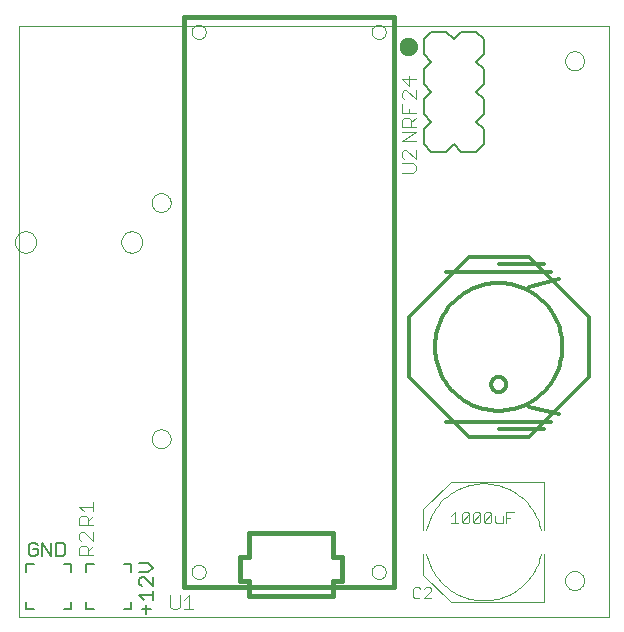
<source format=gto>
G75*
%MOIN*%
%OFA0B0*%
%FSLAX24Y24*%
%IPPOS*%
%LPD*%
%AMOC8*
5,1,8,0,0,1.08239X$1,22.5*
%
%ADD10C,0.0000*%
%ADD11C,0.0160*%
%ADD12C,0.0040*%
%ADD13C,0.0050*%
%ADD14C,0.0400*%
%ADD15C,0.0030*%
%ADD16C,0.0060*%
%ADD17C,0.0120*%
D10*
X001220Y001220D02*
X001220Y020905D01*
X020905Y020905D01*
X020905Y001220D01*
X001220Y001220D01*
X006984Y002720D02*
X006986Y002750D01*
X006992Y002780D01*
X007001Y002809D01*
X007014Y002836D01*
X007031Y002861D01*
X007050Y002884D01*
X007073Y002905D01*
X007098Y002922D01*
X007124Y002936D01*
X007153Y002946D01*
X007182Y002953D01*
X007212Y002956D01*
X007243Y002955D01*
X007273Y002950D01*
X007302Y002941D01*
X007329Y002929D01*
X007355Y002914D01*
X007379Y002895D01*
X007400Y002873D01*
X007418Y002849D01*
X007433Y002822D01*
X007444Y002794D01*
X007452Y002765D01*
X007456Y002735D01*
X007456Y002705D01*
X007452Y002675D01*
X007444Y002646D01*
X007433Y002618D01*
X007418Y002591D01*
X007400Y002567D01*
X007379Y002545D01*
X007355Y002526D01*
X007329Y002511D01*
X007302Y002499D01*
X007273Y002490D01*
X007243Y002485D01*
X007212Y002484D01*
X007182Y002487D01*
X007153Y002494D01*
X007124Y002504D01*
X007098Y002518D01*
X007073Y002535D01*
X007050Y002556D01*
X007031Y002579D01*
X007014Y002604D01*
X007001Y002631D01*
X006992Y002660D01*
X006986Y002690D01*
X006984Y002720D01*
X005655Y007158D02*
X005657Y007193D01*
X005663Y007228D01*
X005673Y007262D01*
X005686Y007295D01*
X005703Y007326D01*
X005724Y007354D01*
X005747Y007381D01*
X005774Y007404D01*
X005802Y007425D01*
X005833Y007442D01*
X005866Y007455D01*
X005900Y007465D01*
X005935Y007471D01*
X005970Y007473D01*
X006005Y007471D01*
X006040Y007465D01*
X006074Y007455D01*
X006107Y007442D01*
X006138Y007425D01*
X006166Y007404D01*
X006193Y007381D01*
X006216Y007354D01*
X006237Y007326D01*
X006254Y007295D01*
X006267Y007262D01*
X006277Y007228D01*
X006283Y007193D01*
X006285Y007158D01*
X006283Y007123D01*
X006277Y007088D01*
X006267Y007054D01*
X006254Y007021D01*
X006237Y006990D01*
X006216Y006962D01*
X006193Y006935D01*
X006166Y006912D01*
X006138Y006891D01*
X006107Y006874D01*
X006074Y006861D01*
X006040Y006851D01*
X006005Y006845D01*
X005970Y006843D01*
X005935Y006845D01*
X005900Y006851D01*
X005866Y006861D01*
X005833Y006874D01*
X005802Y006891D01*
X005774Y006912D01*
X005747Y006935D01*
X005724Y006962D01*
X005703Y006990D01*
X005686Y007021D01*
X005673Y007054D01*
X005663Y007088D01*
X005657Y007123D01*
X005655Y007158D01*
X012984Y002720D02*
X012986Y002750D01*
X012992Y002780D01*
X013001Y002809D01*
X013014Y002836D01*
X013031Y002861D01*
X013050Y002884D01*
X013073Y002905D01*
X013098Y002922D01*
X013124Y002936D01*
X013153Y002946D01*
X013182Y002953D01*
X013212Y002956D01*
X013243Y002955D01*
X013273Y002950D01*
X013302Y002941D01*
X013329Y002929D01*
X013355Y002914D01*
X013379Y002895D01*
X013400Y002873D01*
X013418Y002849D01*
X013433Y002822D01*
X013444Y002794D01*
X013452Y002765D01*
X013456Y002735D01*
X013456Y002705D01*
X013452Y002675D01*
X013444Y002646D01*
X013433Y002618D01*
X013418Y002591D01*
X013400Y002567D01*
X013379Y002545D01*
X013355Y002526D01*
X013329Y002511D01*
X013302Y002499D01*
X013273Y002490D01*
X013243Y002485D01*
X013212Y002484D01*
X013182Y002487D01*
X013153Y002494D01*
X013124Y002504D01*
X013098Y002518D01*
X013073Y002535D01*
X013050Y002556D01*
X013031Y002579D01*
X013014Y002604D01*
X013001Y002631D01*
X012992Y002660D01*
X012986Y002690D01*
X012984Y002720D01*
X019435Y002434D02*
X019437Y002469D01*
X019443Y002504D01*
X019453Y002538D01*
X019466Y002571D01*
X019483Y002602D01*
X019504Y002630D01*
X019527Y002657D01*
X019554Y002680D01*
X019582Y002701D01*
X019613Y002718D01*
X019646Y002731D01*
X019680Y002741D01*
X019715Y002747D01*
X019750Y002749D01*
X019785Y002747D01*
X019820Y002741D01*
X019854Y002731D01*
X019887Y002718D01*
X019918Y002701D01*
X019946Y002680D01*
X019973Y002657D01*
X019996Y002630D01*
X020017Y002602D01*
X020034Y002571D01*
X020047Y002538D01*
X020057Y002504D01*
X020063Y002469D01*
X020065Y002434D01*
X020063Y002399D01*
X020057Y002364D01*
X020047Y002330D01*
X020034Y002297D01*
X020017Y002266D01*
X019996Y002238D01*
X019973Y002211D01*
X019946Y002188D01*
X019918Y002167D01*
X019887Y002150D01*
X019854Y002137D01*
X019820Y002127D01*
X019785Y002121D01*
X019750Y002119D01*
X019715Y002121D01*
X019680Y002127D01*
X019646Y002137D01*
X019613Y002150D01*
X019582Y002167D01*
X019554Y002188D01*
X019527Y002211D01*
X019504Y002238D01*
X019483Y002266D01*
X019466Y002297D01*
X019453Y002330D01*
X019443Y002364D01*
X019437Y002399D01*
X019435Y002434D01*
X004635Y013720D02*
X004637Y013757D01*
X004643Y013794D01*
X004652Y013830D01*
X004666Y013864D01*
X004683Y013897D01*
X004703Y013929D01*
X004726Y013958D01*
X004752Y013984D01*
X004781Y014007D01*
X004812Y014027D01*
X004846Y014044D01*
X004880Y014058D01*
X004916Y014067D01*
X004953Y014073D01*
X004990Y014075D01*
X005027Y014073D01*
X005064Y014067D01*
X005100Y014058D01*
X005134Y014044D01*
X005167Y014027D01*
X005199Y014007D01*
X005228Y013984D01*
X005254Y013958D01*
X005277Y013929D01*
X005297Y013898D01*
X005314Y013864D01*
X005328Y013830D01*
X005337Y013794D01*
X005343Y013757D01*
X005345Y013720D01*
X005343Y013683D01*
X005337Y013646D01*
X005328Y013610D01*
X005314Y013576D01*
X005297Y013543D01*
X005277Y013511D01*
X005254Y013482D01*
X005228Y013456D01*
X005199Y013433D01*
X005168Y013413D01*
X005134Y013396D01*
X005100Y013382D01*
X005064Y013373D01*
X005027Y013367D01*
X004990Y013365D01*
X004953Y013367D01*
X004916Y013373D01*
X004880Y013382D01*
X004846Y013396D01*
X004813Y013413D01*
X004781Y013433D01*
X004752Y013456D01*
X004726Y013482D01*
X004703Y013511D01*
X004683Y013542D01*
X004666Y013576D01*
X004652Y013610D01*
X004643Y013646D01*
X004637Y013683D01*
X004635Y013720D01*
X005655Y015032D02*
X005657Y015067D01*
X005663Y015102D01*
X005673Y015136D01*
X005686Y015169D01*
X005703Y015200D01*
X005724Y015228D01*
X005747Y015255D01*
X005774Y015278D01*
X005802Y015299D01*
X005833Y015316D01*
X005866Y015329D01*
X005900Y015339D01*
X005935Y015345D01*
X005970Y015347D01*
X006005Y015345D01*
X006040Y015339D01*
X006074Y015329D01*
X006107Y015316D01*
X006138Y015299D01*
X006166Y015278D01*
X006193Y015255D01*
X006216Y015228D01*
X006237Y015200D01*
X006254Y015169D01*
X006267Y015136D01*
X006277Y015102D01*
X006283Y015067D01*
X006285Y015032D01*
X006283Y014997D01*
X006277Y014962D01*
X006267Y014928D01*
X006254Y014895D01*
X006237Y014864D01*
X006216Y014836D01*
X006193Y014809D01*
X006166Y014786D01*
X006138Y014765D01*
X006107Y014748D01*
X006074Y014735D01*
X006040Y014725D01*
X006005Y014719D01*
X005970Y014717D01*
X005935Y014719D01*
X005900Y014725D01*
X005866Y014735D01*
X005833Y014748D01*
X005802Y014765D01*
X005774Y014786D01*
X005747Y014809D01*
X005724Y014836D01*
X005703Y014864D01*
X005686Y014895D01*
X005673Y014928D01*
X005663Y014962D01*
X005657Y014997D01*
X005655Y015032D01*
X001095Y013720D02*
X001097Y013757D01*
X001103Y013794D01*
X001112Y013830D01*
X001126Y013864D01*
X001143Y013897D01*
X001163Y013929D01*
X001186Y013958D01*
X001212Y013984D01*
X001241Y014007D01*
X001272Y014027D01*
X001306Y014044D01*
X001340Y014058D01*
X001376Y014067D01*
X001413Y014073D01*
X001450Y014075D01*
X001487Y014073D01*
X001524Y014067D01*
X001560Y014058D01*
X001594Y014044D01*
X001627Y014027D01*
X001659Y014007D01*
X001688Y013984D01*
X001714Y013958D01*
X001737Y013929D01*
X001757Y013898D01*
X001774Y013864D01*
X001788Y013830D01*
X001797Y013794D01*
X001803Y013757D01*
X001805Y013720D01*
X001803Y013683D01*
X001797Y013646D01*
X001788Y013610D01*
X001774Y013576D01*
X001757Y013543D01*
X001737Y013511D01*
X001714Y013482D01*
X001688Y013456D01*
X001659Y013433D01*
X001628Y013413D01*
X001594Y013396D01*
X001560Y013382D01*
X001524Y013373D01*
X001487Y013367D01*
X001450Y013365D01*
X001413Y013367D01*
X001376Y013373D01*
X001340Y013382D01*
X001306Y013396D01*
X001273Y013413D01*
X001241Y013433D01*
X001212Y013456D01*
X001186Y013482D01*
X001163Y013511D01*
X001143Y013542D01*
X001126Y013576D01*
X001112Y013610D01*
X001103Y013646D01*
X001097Y013683D01*
X001095Y013720D01*
X006984Y020720D02*
X006986Y020750D01*
X006992Y020780D01*
X007001Y020809D01*
X007014Y020836D01*
X007031Y020861D01*
X007050Y020884D01*
X007073Y020905D01*
X007098Y020922D01*
X007124Y020936D01*
X007153Y020946D01*
X007182Y020953D01*
X007212Y020956D01*
X007243Y020955D01*
X007273Y020950D01*
X007302Y020941D01*
X007329Y020929D01*
X007355Y020914D01*
X007379Y020895D01*
X007400Y020873D01*
X007418Y020849D01*
X007433Y020822D01*
X007444Y020794D01*
X007452Y020765D01*
X007456Y020735D01*
X007456Y020705D01*
X007452Y020675D01*
X007444Y020646D01*
X007433Y020618D01*
X007418Y020591D01*
X007400Y020567D01*
X007379Y020545D01*
X007355Y020526D01*
X007329Y020511D01*
X007302Y020499D01*
X007273Y020490D01*
X007243Y020485D01*
X007212Y020484D01*
X007182Y020487D01*
X007153Y020494D01*
X007124Y020504D01*
X007098Y020518D01*
X007073Y020535D01*
X007050Y020556D01*
X007031Y020579D01*
X007014Y020604D01*
X007001Y020631D01*
X006992Y020660D01*
X006986Y020690D01*
X006984Y020720D01*
X012984Y020720D02*
X012986Y020750D01*
X012992Y020780D01*
X013001Y020809D01*
X013014Y020836D01*
X013031Y020861D01*
X013050Y020884D01*
X013073Y020905D01*
X013098Y020922D01*
X013124Y020936D01*
X013153Y020946D01*
X013182Y020953D01*
X013212Y020956D01*
X013243Y020955D01*
X013273Y020950D01*
X013302Y020941D01*
X013329Y020929D01*
X013355Y020914D01*
X013379Y020895D01*
X013400Y020873D01*
X013418Y020849D01*
X013433Y020822D01*
X013444Y020794D01*
X013452Y020765D01*
X013456Y020735D01*
X013456Y020705D01*
X013452Y020675D01*
X013444Y020646D01*
X013433Y020618D01*
X013418Y020591D01*
X013400Y020567D01*
X013379Y020545D01*
X013355Y020526D01*
X013329Y020511D01*
X013302Y020499D01*
X013273Y020490D01*
X013243Y020485D01*
X013212Y020484D01*
X013182Y020487D01*
X013153Y020494D01*
X013124Y020504D01*
X013098Y020518D01*
X013073Y020535D01*
X013050Y020556D01*
X013031Y020579D01*
X013014Y020604D01*
X013001Y020631D01*
X012992Y020660D01*
X012986Y020690D01*
X012984Y020720D01*
X019435Y019756D02*
X019437Y019791D01*
X019443Y019826D01*
X019453Y019860D01*
X019466Y019893D01*
X019483Y019924D01*
X019504Y019952D01*
X019527Y019979D01*
X019554Y020002D01*
X019582Y020023D01*
X019613Y020040D01*
X019646Y020053D01*
X019680Y020063D01*
X019715Y020069D01*
X019750Y020071D01*
X019785Y020069D01*
X019820Y020063D01*
X019854Y020053D01*
X019887Y020040D01*
X019918Y020023D01*
X019946Y020002D01*
X019973Y019979D01*
X019996Y019952D01*
X020017Y019924D01*
X020034Y019893D01*
X020047Y019860D01*
X020057Y019826D01*
X020063Y019791D01*
X020065Y019756D01*
X020063Y019721D01*
X020057Y019686D01*
X020047Y019652D01*
X020034Y019619D01*
X020017Y019588D01*
X019996Y019560D01*
X019973Y019533D01*
X019946Y019510D01*
X019918Y019489D01*
X019887Y019472D01*
X019854Y019459D01*
X019820Y019449D01*
X019785Y019443D01*
X019750Y019441D01*
X019715Y019443D01*
X019680Y019449D01*
X019646Y019459D01*
X019613Y019472D01*
X019582Y019489D01*
X019554Y019510D01*
X019527Y019533D01*
X019504Y019560D01*
X019483Y019588D01*
X019466Y019619D01*
X019453Y019652D01*
X019443Y019686D01*
X019437Y019721D01*
X019435Y019756D01*
D11*
X013720Y021220D02*
X006720Y021220D01*
X006720Y002220D01*
X013720Y002220D01*
X013720Y021220D01*
X011695Y004020D02*
X008895Y004020D01*
X008895Y003220D01*
X008595Y003220D01*
X008595Y002420D01*
X008895Y002420D01*
X008895Y001920D01*
X011695Y001920D01*
X011695Y002420D01*
X011995Y002420D01*
X011995Y003220D01*
X011695Y003220D01*
X011695Y004020D01*
D12*
X014712Y004114D02*
X014712Y004822D01*
X015618Y005728D01*
X018728Y005728D01*
X018728Y004114D01*
X018728Y003326D02*
X018728Y001712D01*
X015618Y001712D01*
X014712Y002618D01*
X014712Y003326D01*
X014810Y003326D02*
X014832Y003233D01*
X014858Y003142D01*
X014888Y003052D01*
X014923Y002963D01*
X014962Y002876D01*
X015005Y002791D01*
X015053Y002709D01*
X015104Y002629D01*
X015159Y002551D01*
X015218Y002476D01*
X015281Y002404D01*
X015347Y002336D01*
X015416Y002270D01*
X015488Y002208D01*
X015563Y002150D01*
X015641Y002095D01*
X015722Y002045D01*
X015805Y001998D01*
X015890Y001955D01*
X015977Y001917D01*
X016066Y001883D01*
X016157Y001853D01*
X016249Y001828D01*
X016341Y001807D01*
X016435Y001791D01*
X016530Y001779D01*
X016625Y001772D01*
X016720Y001770D01*
X016815Y001772D01*
X016910Y001779D01*
X017005Y001791D01*
X017099Y001807D01*
X017191Y001828D01*
X017283Y001853D01*
X017374Y001883D01*
X017463Y001917D01*
X017550Y001955D01*
X017635Y001998D01*
X017718Y002045D01*
X017799Y002095D01*
X017877Y002150D01*
X017952Y002208D01*
X018024Y002270D01*
X018093Y002336D01*
X018159Y002404D01*
X018222Y002476D01*
X018281Y002551D01*
X018336Y002629D01*
X018387Y002709D01*
X018435Y002791D01*
X018478Y002876D01*
X018517Y002963D01*
X018552Y003052D01*
X018582Y003142D01*
X018608Y003233D01*
X018630Y003326D01*
X018630Y004114D02*
X018608Y004207D01*
X018582Y004298D01*
X018552Y004388D01*
X018517Y004477D01*
X018478Y004564D01*
X018435Y004649D01*
X018387Y004731D01*
X018336Y004811D01*
X018281Y004889D01*
X018222Y004964D01*
X018159Y005036D01*
X018093Y005104D01*
X018024Y005170D01*
X017952Y005232D01*
X017877Y005290D01*
X017799Y005345D01*
X017718Y005395D01*
X017635Y005442D01*
X017550Y005485D01*
X017463Y005523D01*
X017374Y005557D01*
X017283Y005587D01*
X017191Y005612D01*
X017099Y005633D01*
X017005Y005649D01*
X016910Y005661D01*
X016815Y005668D01*
X016720Y005670D01*
X016625Y005668D01*
X016530Y005661D01*
X016435Y005649D01*
X016341Y005633D01*
X016249Y005612D01*
X016157Y005587D01*
X016066Y005557D01*
X015977Y005523D01*
X015890Y005485D01*
X015805Y005442D01*
X015722Y005395D01*
X015641Y005345D01*
X015563Y005290D01*
X015488Y005232D01*
X015416Y005170D01*
X015347Y005104D01*
X015281Y005036D01*
X015218Y004964D01*
X015159Y004889D01*
X015104Y004811D01*
X015053Y004731D01*
X015005Y004649D01*
X014962Y004564D01*
X014923Y004477D01*
X014888Y004388D01*
X014858Y004298D01*
X014832Y004207D01*
X014810Y004114D01*
X007047Y001490D02*
X006740Y001490D01*
X006893Y001490D02*
X006893Y001950D01*
X006740Y001797D01*
X006587Y001950D02*
X006587Y001567D01*
X006510Y001490D01*
X006356Y001490D01*
X006280Y001567D01*
X006280Y001950D01*
X003700Y003280D02*
X003240Y003280D01*
X003240Y003510D01*
X003316Y003587D01*
X003470Y003587D01*
X003547Y003510D01*
X003547Y003280D01*
X003547Y003433D02*
X003700Y003587D01*
X003700Y003740D02*
X003393Y004047D01*
X003316Y004047D01*
X003240Y003970D01*
X003240Y003817D01*
X003316Y003740D01*
X003700Y003740D02*
X003700Y004047D01*
X003700Y004280D02*
X003240Y004280D01*
X003240Y004510D01*
X003316Y004587D01*
X003470Y004587D01*
X003547Y004510D01*
X003547Y004280D01*
X003547Y004433D02*
X003700Y004587D01*
X003700Y004740D02*
X003700Y005047D01*
X003700Y004893D02*
X003240Y004893D01*
X003393Y004740D01*
X013990Y016030D02*
X014373Y016030D01*
X014450Y016106D01*
X014450Y016260D01*
X014373Y016337D01*
X013990Y016337D01*
X014066Y016490D02*
X013990Y016567D01*
X013990Y016720D01*
X014066Y016797D01*
X014143Y016797D01*
X014450Y016490D01*
X014450Y016797D01*
X014450Y017089D02*
X013990Y017089D01*
X014450Y017396D01*
X013990Y017396D01*
X013990Y017549D02*
X013990Y017780D01*
X014066Y017856D01*
X014220Y017856D01*
X014297Y017780D01*
X014297Y017549D01*
X014450Y017549D02*
X013990Y017549D01*
X014297Y017703D02*
X014450Y017856D01*
X014450Y018010D02*
X013990Y018010D01*
X013990Y018317D01*
X014066Y018470D02*
X013990Y018547D01*
X013990Y018700D01*
X014066Y018777D01*
X014143Y018777D01*
X014450Y018470D01*
X014450Y018777D01*
X014220Y018931D02*
X014220Y019238D01*
X014450Y019161D02*
X013990Y019161D01*
X014220Y018931D01*
X014220Y018163D02*
X014220Y018010D01*
D13*
X014720Y017970D02*
X014970Y017720D01*
X014720Y017470D01*
X014720Y016970D01*
X014970Y016720D01*
X015470Y016720D01*
X015720Y016970D01*
X015970Y016720D01*
X016470Y016720D01*
X016720Y016970D01*
X016720Y017470D01*
X016470Y017720D01*
X016720Y017970D01*
X016720Y018470D01*
X016470Y018720D01*
X016720Y018970D01*
X016720Y019470D01*
X016470Y019720D01*
X016720Y019970D01*
X016720Y020470D01*
X016470Y020720D01*
X015970Y020720D01*
X015720Y020470D01*
X015470Y020720D01*
X014970Y020720D01*
X014720Y020470D01*
X014720Y019970D01*
X014970Y019720D01*
X014720Y019470D01*
X014720Y018970D01*
X014970Y018720D01*
X014720Y018470D01*
X014720Y017970D01*
X002700Y003695D02*
X002475Y003695D01*
X002475Y003245D01*
X002700Y003245D01*
X002775Y003320D01*
X002775Y003620D01*
X002700Y003695D01*
X002315Y003695D02*
X002315Y003245D01*
X002015Y003695D01*
X002015Y003245D01*
X001855Y003320D02*
X001855Y003470D01*
X001705Y003470D01*
X001855Y003320D02*
X001780Y003245D01*
X001629Y003245D01*
X001554Y003320D01*
X001554Y003620D01*
X001629Y003695D01*
X001780Y003695D01*
X001855Y003620D01*
X005245Y003006D02*
X005545Y003006D01*
X005695Y002856D01*
X005545Y002705D01*
X005245Y002705D01*
X005320Y002545D02*
X005245Y002470D01*
X005245Y002320D01*
X005320Y002245D01*
X005320Y002545D02*
X005395Y002545D01*
X005695Y002245D01*
X005695Y002545D01*
X005695Y002085D02*
X005695Y001785D01*
X005695Y001935D02*
X005245Y001935D01*
X005395Y001785D01*
X005470Y001624D02*
X005470Y001324D01*
X005320Y001474D02*
X005620Y001474D01*
D14*
X014120Y020220D02*
X014122Y020240D01*
X014128Y020258D01*
X014137Y020276D01*
X014149Y020291D01*
X014164Y020303D01*
X014182Y020312D01*
X014200Y020318D01*
X014220Y020320D01*
X014240Y020318D01*
X014258Y020312D01*
X014276Y020303D01*
X014291Y020291D01*
X014303Y020276D01*
X014312Y020258D01*
X014318Y020240D01*
X014320Y020220D01*
X014318Y020200D01*
X014312Y020182D01*
X014303Y020164D01*
X014291Y020149D01*
X014276Y020137D01*
X014258Y020128D01*
X014240Y020122D01*
X014220Y020120D01*
X014200Y020122D01*
X014182Y020128D01*
X014164Y020137D01*
X014149Y020149D01*
X014137Y020164D01*
X014128Y020182D01*
X014122Y020200D01*
X014120Y020220D01*
D15*
X015753Y004705D02*
X015753Y004335D01*
X015630Y004335D02*
X015877Y004335D01*
X015998Y004397D02*
X016245Y004644D01*
X016245Y004397D01*
X016184Y004335D01*
X016060Y004335D01*
X015998Y004397D01*
X015998Y004644D01*
X016060Y004705D01*
X016184Y004705D01*
X016245Y004644D01*
X016367Y004644D02*
X016367Y004397D01*
X016614Y004644D01*
X016614Y004397D01*
X016552Y004335D01*
X016428Y004335D01*
X016367Y004397D01*
X016367Y004644D02*
X016428Y004705D01*
X016552Y004705D01*
X016614Y004644D01*
X016735Y004644D02*
X016797Y004705D01*
X016920Y004705D01*
X016982Y004644D01*
X016735Y004397D01*
X016797Y004335D01*
X016920Y004335D01*
X016982Y004397D01*
X016982Y004644D01*
X017103Y004582D02*
X017103Y004397D01*
X017165Y004335D01*
X017350Y004335D01*
X017350Y004582D01*
X017472Y004520D02*
X017595Y004520D01*
X017472Y004335D02*
X017472Y004705D01*
X017719Y004705D01*
X016735Y004644D02*
X016735Y004397D01*
X015753Y004705D02*
X015630Y004582D01*
X014920Y002205D02*
X014797Y002205D01*
X014735Y002144D01*
X014614Y002144D02*
X014552Y002205D01*
X014428Y002205D01*
X014367Y002144D01*
X014367Y001897D01*
X014428Y001835D01*
X014552Y001835D01*
X014614Y001897D01*
X014735Y001835D02*
X014982Y002082D01*
X014982Y002144D01*
X014920Y002205D01*
X014982Y001835D02*
X014735Y001835D01*
D16*
X004970Y001720D02*
X004970Y001470D01*
X004720Y001470D01*
X003720Y001470D02*
X003470Y001470D01*
X003470Y001720D01*
X002970Y001720D02*
X002970Y001470D01*
X002720Y001470D01*
X001720Y001470D02*
X001470Y001470D01*
X001470Y001720D01*
X001470Y002720D02*
X001470Y002970D01*
X001720Y002970D01*
X002720Y002970D02*
X002970Y002970D01*
X002970Y002720D01*
X003470Y002720D02*
X003470Y002970D01*
X003720Y002970D01*
X004720Y002970D02*
X004970Y002970D01*
X004970Y002720D01*
D17*
X014220Y009220D02*
X016220Y007220D01*
X018220Y007220D01*
X020220Y009220D01*
X020220Y011220D01*
X018220Y013220D01*
X016220Y013220D01*
X014220Y011220D01*
X014220Y009220D01*
X015470Y007720D02*
X018970Y007720D01*
X018720Y007470D02*
X017220Y007470D01*
X018220Y008220D02*
X019220Y007970D01*
X016970Y008970D02*
X016972Y009001D01*
X016978Y009032D01*
X016988Y009062D01*
X017001Y009090D01*
X017018Y009117D01*
X017038Y009141D01*
X017061Y009163D01*
X017086Y009181D01*
X017114Y009196D01*
X017143Y009208D01*
X017173Y009216D01*
X017204Y009220D01*
X017236Y009220D01*
X017267Y009216D01*
X017297Y009208D01*
X017326Y009196D01*
X017354Y009181D01*
X017379Y009163D01*
X017402Y009141D01*
X017422Y009117D01*
X017439Y009090D01*
X017452Y009062D01*
X017462Y009032D01*
X017468Y009001D01*
X017470Y008970D01*
X017468Y008939D01*
X017462Y008908D01*
X017452Y008878D01*
X017439Y008850D01*
X017422Y008823D01*
X017402Y008799D01*
X017379Y008777D01*
X017354Y008759D01*
X017326Y008744D01*
X017297Y008732D01*
X017267Y008724D01*
X017236Y008720D01*
X017204Y008720D01*
X017173Y008724D01*
X017143Y008732D01*
X017114Y008744D01*
X017086Y008759D01*
X017061Y008777D01*
X017038Y008799D01*
X017018Y008823D01*
X017001Y008850D01*
X016988Y008878D01*
X016978Y008908D01*
X016972Y008939D01*
X016970Y008970D01*
X015095Y010220D02*
X015098Y010324D01*
X015105Y010428D01*
X015118Y010532D01*
X015136Y010635D01*
X015159Y010736D01*
X015187Y010837D01*
X015219Y010936D01*
X015257Y011033D01*
X015299Y011129D01*
X015346Y011222D01*
X015397Y011312D01*
X015453Y011401D01*
X015513Y011486D01*
X015577Y011568D01*
X015645Y011647D01*
X015717Y011723D01*
X015793Y011795D01*
X015872Y011863D01*
X015954Y011927D01*
X016039Y011987D01*
X016128Y012043D01*
X016218Y012094D01*
X016311Y012141D01*
X016407Y012183D01*
X016504Y012221D01*
X016603Y012253D01*
X016704Y012281D01*
X016805Y012304D01*
X016908Y012322D01*
X017012Y012335D01*
X017116Y012342D01*
X017220Y012345D01*
X017324Y012342D01*
X017428Y012335D01*
X017532Y012322D01*
X017635Y012304D01*
X017736Y012281D01*
X017837Y012253D01*
X017936Y012221D01*
X018033Y012183D01*
X018129Y012141D01*
X018222Y012094D01*
X018312Y012043D01*
X018401Y011987D01*
X018486Y011927D01*
X018568Y011863D01*
X018647Y011795D01*
X018723Y011723D01*
X018795Y011647D01*
X018863Y011568D01*
X018927Y011486D01*
X018987Y011401D01*
X019043Y011312D01*
X019094Y011222D01*
X019141Y011129D01*
X019183Y011033D01*
X019221Y010936D01*
X019253Y010837D01*
X019281Y010736D01*
X019304Y010635D01*
X019322Y010532D01*
X019335Y010428D01*
X019342Y010324D01*
X019345Y010220D01*
X019342Y010116D01*
X019335Y010012D01*
X019322Y009908D01*
X019304Y009805D01*
X019281Y009704D01*
X019253Y009603D01*
X019221Y009504D01*
X019183Y009407D01*
X019141Y009311D01*
X019094Y009218D01*
X019043Y009128D01*
X018987Y009039D01*
X018927Y008954D01*
X018863Y008872D01*
X018795Y008793D01*
X018723Y008717D01*
X018647Y008645D01*
X018568Y008577D01*
X018486Y008513D01*
X018401Y008453D01*
X018312Y008397D01*
X018222Y008346D01*
X018129Y008299D01*
X018033Y008257D01*
X017936Y008219D01*
X017837Y008187D01*
X017736Y008159D01*
X017635Y008136D01*
X017532Y008118D01*
X017428Y008105D01*
X017324Y008098D01*
X017220Y008095D01*
X017116Y008098D01*
X017012Y008105D01*
X016908Y008118D01*
X016805Y008136D01*
X016704Y008159D01*
X016603Y008187D01*
X016504Y008219D01*
X016407Y008257D01*
X016311Y008299D01*
X016218Y008346D01*
X016128Y008397D01*
X016039Y008453D01*
X015954Y008513D01*
X015872Y008577D01*
X015793Y008645D01*
X015717Y008717D01*
X015645Y008793D01*
X015577Y008872D01*
X015513Y008954D01*
X015453Y009039D01*
X015397Y009128D01*
X015346Y009218D01*
X015299Y009311D01*
X015257Y009407D01*
X015219Y009504D01*
X015187Y009603D01*
X015159Y009704D01*
X015136Y009805D01*
X015118Y009908D01*
X015105Y010012D01*
X015098Y010116D01*
X015095Y010220D01*
X015470Y012720D02*
X018970Y012720D01*
X019220Y012470D02*
X018220Y012220D01*
X018720Y012970D02*
X017220Y012970D01*
M02*

</source>
